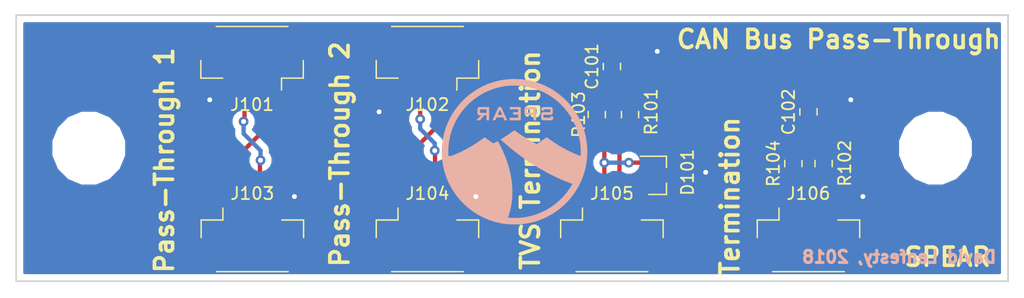
<source format=kicad_pcb>
(kicad_pcb (version 20171130) (host pcbnew 5.0.0-fee4fd1~66~ubuntu16.04.1)
  (layers (0 F.Cu signal) (31 B.Cu signal) (34 B.Paste user) (35 F.Paste user) (36 B.SilkS user) (37 F.SilkS user) (38 B.Mask user) (39 F.Mask user) (44 Edge.Cuts user))
  (net 0 "")
  (net 1 "Net-(C101-Pad1)")
  (net 2 GND)
  (net 3 "Net-(C102-Pad1)")
  (net 4 /CAN2H_TERM)
  (net 5 VDD)
  (net 6 /CAN0H_PASS)
  (net 7 /CAN0L_PASS)
  (net 8 /CAN1H_PASS)
  (net 9 /CAN1L_PASS)
  (net 10 /CAN3L_TERM)
  (net 11 /CAN3H_TERM)
  (net 12 /CAN2L_TERM)
  (module MountingHole:MountingHole_5mm (layer F.Cu) (at 120 80)
    (fp_text reference REF** hide)
    (fp_text value MountingHole_5mm)
    (pad 1 np_thru_hole circle (at 0 0) (size 5 5) (drill 5) (layers *.Cu *.Mask))
  )
  (module Capacitor_SMD:C_0805_2012Metric_Pad1.15x1.40mm_HandSolder (layer F.Cu) (at 93.25 73.25 90)
    (fp_text reference C101 (at 0 -1.65 90) (layer F.SilkS))
    (fp_text value 4.7nF)
    (pad 1 smd roundrect (at -1.025 0 90) (size 1.15 1.4) (layers F.Cu F.Paste F.Mask) (roundrect_rratio 0.217391) (net 1 "Net-(C101-Pad1)"))
    (pad 2 smd roundrect (at 1.025 0 90) (size 1.15 1.4) (layers F.Cu F.Paste F.Mask) (roundrect_rratio 0.217391) (net 2 GND))
  )
  (module Capacitor_SMD:C_0805_2012Metric_Pad1.15x1.40mm_HandSolder (layer F.Cu) (at 109.5 77 90)
    (fp_text reference C102 (at 0 -1.65 90) (layer F.SilkS))
    (fp_text value 4.7nF)
    (pad 2 smd roundrect (at 1.025 0 90) (size 1.15 1.4) (layers F.Cu F.Paste F.Mask) (roundrect_rratio 0.217391) (net 2 GND))
    (pad 1 smd roundrect (at -1.025 0 90) (size 1.15 1.4) (layers F.Cu F.Paste F.Mask) (roundrect_rratio 0.217391) (net 3 "Net-(C102-Pad1)"))
  )
  (module Package_TO_SOT_SMD:SOT-23 (layer F.Cu) (at 97 82.25)
    (fp_text reference D101 (at 2.5 -0.25 90) (layer F.SilkS))
    (fp_text value D_TVS_x2_AAC)
    (pad 1 smd rect (at -1 -0.95) (size 0.9 0.8) (layers F.Cu F.Paste F.Mask) (net 4 /CAN2H_TERM))
    (pad 2 smd rect (at -1 0.95) (size 0.9 0.8) (layers F.Cu F.Paste F.Mask) (net 12 /CAN2L_TERM))
    (pad 3 smd rect (at 1 0) (size 0.9 0.8) (layers F.Cu F.Paste F.Mask) (net 2 GND))
  )
  (module Connector_JST:JST_GH_SM04B-GHS-TB_1x04-1MP_P1.25mm_Horizontal (layer F.Cu) (at 63.5 72.5 180)
    (fp_text reference J101 (at 0 -3.9 180) (layer F.SilkS))
    (fp_text value Conn_01x04_Male)
    (pad 1 smd roundrect (at -1.875 -1.85 180) (size 0.6 1.7) (layers F.Cu F.Paste F.Mask) (net 5 VDD))
    (pad 2 smd roundrect (at -0.625 -1.85 180) (size 0.6 1.7) (layers F.Cu F.Paste F.Mask) (net 6 /CAN0H_PASS))
    (pad 3 smd roundrect (at 0.625 -1.85 180) (size 0.6 1.7) (layers F.Cu F.Paste F.Mask) (net 7 /CAN0L_PASS))
    (pad 4 smd roundrect (at 1.875 -1.85 180) (size 0.6 1.7) (layers F.Cu F.Paste F.Mask) (net 2 GND))
    (pad MP smd roundrect (at -3.725 1.35 180) (size 1 2.7) (layers F.Cu F.Paste F.Mask))
    (pad MP smd roundrect (at 3.725 1.35 180) (size 1 2.7) (layers F.Cu F.Paste F.Mask))
  )
  (module Connector_JST:JST_GH_SM04B-GHS-TB_1x04-1MP_P1.25mm_Horizontal (layer F.Cu) (at 78 72.5 180)
    (fp_text reference J102 (at 0 -3.9 180) (layer F.SilkS))
    (fp_text value Conn_01x04_Male)
    (pad 1 smd roundrect (at -1.875 -1.85 180) (size 0.6 1.7) (layers F.Cu F.Paste F.Mask) (net 5 VDD))
    (pad 2 smd roundrect (at -0.625 -1.85 180) (size 0.6 1.7) (layers F.Cu F.Paste F.Mask) (net 8 /CAN1H_PASS))
    (pad 3 smd roundrect (at 0.625 -1.85 180) (size 0.6 1.7) (layers F.Cu F.Paste F.Mask) (net 9 /CAN1L_PASS))
    (pad 4 smd roundrect (at 1.875 -1.85 180) (size 0.6 1.7) (layers F.Cu F.Paste F.Mask) (net 2 GND))
    (pad MP smd roundrect (at -3.725 1.35 180) (size 1 2.7) (layers F.Cu F.Paste F.Mask))
    (pad MP smd roundrect (at 3.725 1.35 180) (size 1 2.7) (layers F.Cu F.Paste F.Mask))
  )
  (module Connector_JST:JST_GH_SM04B-GHS-TB_1x04-1MP_P1.25mm_Horizontal (layer F.Cu) (at 63.524 87.65)
    (fp_text reference J103 (at 0 -3.9) (layer F.SilkS))
    (fp_text value Conn_01x04_Male)
    (pad MP smd roundrect (at 3.725 1.35) (size 1 2.7) (layers F.Cu F.Paste F.Mask))
    (pad MP smd roundrect (at -3.725 1.35) (size 1 2.7) (layers F.Cu F.Paste F.Mask))
    (pad 4 smd roundrect (at 1.875 -1.85) (size 0.6 1.7) (layers F.Cu F.Paste F.Mask) (net 2 GND))
    (pad 3 smd roundrect (at 0.625 -1.85) (size 0.6 1.7) (layers F.Cu F.Paste F.Mask) (net 7 /CAN0L_PASS))
    (pad 2 smd roundrect (at -0.625 -1.85) (size 0.6 1.7) (layers F.Cu F.Paste F.Mask) (net 6 /CAN0H_PASS))
    (pad 1 smd roundrect (at -1.875 -1.85) (size 0.6 1.7) (layers F.Cu F.Paste F.Mask) (net 5 VDD))
  )
  (module Connector_JST:JST_GH_SM04B-GHS-TB_1x04-1MP_P1.25mm_Horizontal (layer F.Cu) (at 78 87.65)
    (fp_text reference J104 (at 0 -3.9) (layer F.SilkS))
    (fp_text value Conn_01x04_Male)
    (pad MP smd roundrect (at 3.725 1.35) (size 1 2.7) (layers F.Cu F.Paste F.Mask))
    (pad MP smd roundrect (at -3.725 1.35) (size 1 2.7) (layers F.Cu F.Paste F.Mask))
    (pad 4 smd roundrect (at 1.875 -1.85) (size 0.6 1.7) (layers F.Cu F.Paste F.Mask) (net 2 GND))
    (pad 3 smd roundrect (at 0.625 -1.85) (size 0.6 1.7) (layers F.Cu F.Paste F.Mask) (net 9 /CAN1L_PASS))
    (pad 2 smd roundrect (at -0.625 -1.85) (size 0.6 1.7) (layers F.Cu F.Paste F.Mask) (net 8 /CAN1H_PASS))
    (pad 1 smd roundrect (at -1.875 -1.85) (size 0.6 1.7) (layers F.Cu F.Paste F.Mask) (net 5 VDD))
  )
  (module Connector_JST:JST_GH_SM04B-GHS-TB_1x04-1MP_P1.25mm_Horizontal (layer F.Cu) (at 93.25 87.65)
    (fp_text reference J105 (at 0 -3.9) (layer F.SilkS))
    (fp_text value Conn_01x04_Male)
    (pad 1 smd roundrect (at -1.875 -1.85) (size 0.6 1.7) (layers F.Cu F.Paste F.Mask) (net 5 VDD))
    (pad 2 smd roundrect (at -0.625 -1.85) (size 0.6 1.7) (layers F.Cu F.Paste F.Mask) (net 4 /CAN2H_TERM))
    (pad 3 smd roundrect (at 0.625 -1.85) (size 0.6 1.7) (layers F.Cu F.Paste F.Mask) (net 12 /CAN2L_TERM))
    (pad 4 smd roundrect (at 1.875 -1.85) (size 0.6 1.7) (layers F.Cu F.Paste F.Mask) (net 2 GND))
    (pad MP smd roundrect (at -3.725 1.35) (size 1 2.7) (layers F.Cu F.Paste F.Mask))
    (pad MP smd roundrect (at 3.725 1.35) (size 1 2.7) (layers F.Cu F.Paste F.Mask))
  )
  (module Connector_JST:JST_GH_SM04B-GHS-TB_1x04-1MP_P1.25mm_Horizontal (layer F.Cu) (at 109.5 87.65)
    (fp_text reference J106 (at 0 -3.9) (layer F.SilkS))
    (fp_text value Conn_01x04_Male)
    (pad MP smd roundrect (at 3.725 1.35) (size 1 2.7) (layers F.Cu F.Paste F.Mask))
    (pad MP smd roundrect (at -3.725 1.35) (size 1 2.7) (layers F.Cu F.Paste F.Mask))
    (pad 4 smd roundrect (at 1.875 -1.85) (size 0.6 1.7) (layers F.Cu F.Paste F.Mask) (net 2 GND))
    (pad 3 smd roundrect (at 0.625 -1.85) (size 0.6 1.7) (layers F.Cu F.Paste F.Mask) (net 10 /CAN3L_TERM))
    (pad 2 smd roundrect (at -0.625 -1.85) (size 0.6 1.7) (layers F.Cu F.Paste F.Mask) (net 11 /CAN3H_TERM))
    (pad 1 smd roundrect (at -1.875 -1.85) (size 0.6 1.7) (layers F.Cu F.Paste F.Mask) (net 5 VDD))
  )
  (module Resistor_SMD:R_0805_2012Metric_Pad1.15x1.40mm_HandSolder (layer F.Cu) (at 94.75 77.225 90)
    (fp_text reference R101 (at 0.225 1.75 90) (layer F.SilkS))
    (fp_text value 60)
    (pad 1 smd roundrect (at -1.025 0 90) (size 1.15 1.4) (layers F.Cu F.Paste F.Mask) (roundrect_rratio 0.217391) (net 12 /CAN2L_TERM))
    (pad 2 smd roundrect (at 1.025 0 90) (size 1.15 1.4) (layers F.Cu F.Paste F.Mask) (roundrect_rratio 0.217391) (net 1 "Net-(C101-Pad1)"))
  )
  (module Resistor_SMD:R_0805_2012Metric_Pad1.15x1.40mm_HandSolder (layer F.Cu) (at 110.75 81.275 90)
    (fp_text reference R102 (at 0.025 1.75 90) (layer F.SilkS))
    (fp_text value 60)
    (pad 1 smd roundrect (at -1.025 0 90) (size 1.15 1.4) (layers F.Cu F.Paste F.Mask) (roundrect_rratio 0.217391) (net 10 /CAN3L_TERM))
    (pad 2 smd roundrect (at 1.025 0 90) (size 1.15 1.4) (layers F.Cu F.Paste F.Mask) (roundrect_rratio 0.217391) (net 3 "Net-(C102-Pad1)"))
  )
  (module Resistor_SMD:R_0805_2012Metric_Pad1.15x1.40mm_HandSolder (layer F.Cu) (at 92 77.225 90)
    (fp_text reference R103 (at 0 -1.5 90) (layer F.SilkS))
    (fp_text value 60)
    (pad 2 smd roundrect (at 1.025 0 90) (size 1.15 1.4) (layers F.Cu F.Paste F.Mask) (roundrect_rratio 0.217391) (net 1 "Net-(C101-Pad1)"))
    (pad 1 smd roundrect (at -1.025 0 90) (size 1.15 1.4) (layers F.Cu F.Paste F.Mask) (roundrect_rratio 0.217391) (net 4 /CAN2H_TERM))
  )
  (module Resistor_SMD:R_0805_2012Metric_Pad1.15x1.40mm_HandSolder (layer F.Cu) (at 108.25 81.275 90)
    (fp_text reference R104 (at 0 -1.65 90) (layer F.SilkS))
    (fp_text value 60)
    (pad 2 smd roundrect (at 1.025 0 90) (size 1.15 1.4) (layers F.Cu F.Paste F.Mask) (roundrect_rratio 0.217391) (net 3 "Net-(C102-Pad1)"))
    (pad 1 smd roundrect (at -1.025 0 90) (size 1.15 1.4) (layers F.Cu F.Paste F.Mask) (roundrect_rratio 0.217391) (net 11 /CAN3H_TERM))
  )
  (module MountingHole:MountingHole_5mm (layer F.Cu) (at 50 80)
    (fp_text reference REF** hide)
    (fp_text value MountingHole_5mm)
    (pad 1 np_thru_hole circle (at 0 0) (size 5 5) (drill 5) (layers *.Cu *.Mask))
  )
  (module logos:spear_logo_12.7x12.7mm (layer B.Cu) (at 85.25 80.25 180)
    (fp_text reference G*** hide)
    (fp_text value LOGO hide)
  )
  (gr_text "David Lenfesty, 2018" (at 117 89) (layer B.SilkS) (effects (font (size 1 1) (thickness 0.25)) (justify mirror)))
  (gr_text SPEAR (at 121 89) (layer F.SilkS) (effects (font (size 1.5 1.5) (thickness 0.3))))
  (gr_text "CAN Bus Pass-Through" (at 112 71) (layer F.SilkS) (effects (font (size 1.5 1.5) (thickness 0.3))))
  (gr_line (start 126 91) (end 44 91) (layer Edge.Cuts) (width 0.15))
  (gr_line (start 44 69) (end 126 69) (layer Edge.Cuts) (width 0.15))
  (gr_line (start 44 91) (end 44 69) (layer Edge.Cuts) (width 0.15))
  (gr_line (start 126 69) (end 126 91) (layer Edge.Cuts) (width 0.15))
  (gr_text Termination (at 103 84 90) (layer F.SilkS) (effects (font (size 1.5 1.5) (thickness 0.3))))
  (gr_text "TVS Termination" (at 86.5 81 90) (layer F.SilkS) (effects (font (size 1.5 1.5) (thickness 0.3))))
  (gr_text "Pass-Through 2" (at 70.75 80.5 90) (layer F.SilkS) (effects (font (size 1.5 1.5) (thickness 0.3))))
  (gr_text "Pass-Through 1" (at 56.25 81 90) (layer F.SilkS) (effects (font (size 1.5 1.5) (thickness 0.3))))
  (segment (start 93.25 74.95) (end 93.25 74.275) (width 0.25) (layer F.Cu) (net 1))
  (segment (start 92 76.2) (end 93.25 74.95) (width 0.25) (layer F.Cu) (net 1))
  (segment (start 93.25 74.7) (end 93.25 74.275) (width 0.25) (layer F.Cu) (net 1))
  (segment (start 94.75 76.2) (end 93.25 74.7) (width 0.25) (layer F.Cu) (net 1))
  (via (at 60 76) (size 0.8) (drill 0.4) (layers F.Cu B.Cu) (net 2))
  (via (at 67 84) (size 0.8) (drill 0.4) (layers F.Cu B.Cu) (net 2))
  (via (at 82 84) (size 0.8) (drill 0.4) (layers F.Cu B.Cu) (net 2))
  (via (at 74 77) (size 0.8) (drill 0.4) (layers F.Cu B.Cu) (net 2))
  (via (at 101 82) (size 0.8) (drill 0.4) (layers F.Cu B.Cu) (net 2))
  (via (at 97 72) (size 0.8) (drill 0.4) (layers F.Cu B.Cu) (net 2))
  (via (at 113 76) (size 0.8) (drill 0.4) (layers F.Cu B.Cu) (net 2))
  (via (at 114 84) (size 0.8) (drill 0.4) (layers F.Cu B.Cu) (net 2))
  (segment (start 112.2 85.8) (end 114 84) (width 0.5) (layer F.Cu) (net 2))
  (segment (start 111.375 85.8) (end 112.2 85.8) (width 0.5) (layer F.Cu) (net 2))
  (segment (start 112.975 75.975) (end 113 76) (width 0.5) (layer F.Cu) (net 2))
  (segment (start 109.5 75.975) (end 112.975 75.975) (width 0.5) (layer F.Cu) (net 2))
  (segment (start 96.775 72.225) (end 97 72) (width 0.5) (layer F.Cu) (net 2))
  (segment (start 93.25 72.225) (end 96.775 72.225) (width 0.5) (layer F.Cu) (net 2))
  (segment (start 100.75 82.25) (end 101 82) (width 0.5) (layer F.Cu) (net 2))
  (segment (start 98 82.25) (end 100.75 82.25) (width 0.5) (layer F.Cu) (net 2))
  (segment (start 98 82.925) (end 98 82.25) (width 0.5) (layer F.Cu) (net 2))
  (segment (start 95.125 85.8) (end 98 82.925) (width 0.5) (layer F.Cu) (net 2))
  (segment (start 76.125 74.875) (end 74 77) (width 0.5) (layer F.Cu) (net 2))
  (segment (start 76.125 74.35) (end 76.125 74.875) (width 0.5) (layer F.Cu) (net 2))
  (segment (start 61.625 74.375) (end 60 76) (width 0.5) (layer F.Cu) (net 2))
  (segment (start 61.625 74.35) (end 61.625 74.375) (width 0.5) (layer F.Cu) (net 2))
  (segment (start 65.399 85.601) (end 67 84) (width 0.5) (layer F.Cu) (net 2))
  (segment (start 65.399 85.8) (end 65.399 85.601) (width 0.5) (layer F.Cu) (net 2))
  (segment (start 80.2 85.8) (end 82 84) (width 0.5) (layer F.Cu) (net 2))
  (segment (start 79.875 85.8) (end 80.2 85.8) (width 0.5) (layer F.Cu) (net 2))
  (segment (start 108.25 79.275) (end 109.5 78.025) (width 0.25) (layer F.Cu) (net 3))
  (segment (start 108.25 80.25) (end 108.25 79.275) (width 0.25) (layer F.Cu) (net 3))
  (segment (start 110.75 79.275) (end 109.5 78.025) (width 0.25) (layer F.Cu) (net 3))
  (segment (start 110.75 80.25) (end 110.75 79.275) (width 0.25) (layer F.Cu) (net 3))
  (segment (start 92.625 78.875) (end 92 78.25) (width 0.3556) (layer F.Cu) (net 4))
  (via (at 92.625 81.2) (size 0.8) (drill 0.4) (layers F.Cu B.Cu) (net 4))
  (segment (start 92.625 81.2) (end 92.625 78.875) (width 0.3556) (layer F.Cu) (net 4))
  (segment (start 92.625 86.15) (end 92.625 81.2) (width 0.3556) (layer F.Cu) (net 4))
  (via (at 94.6528 81.2) (size 0.8) (drill 0.4) (layers F.Cu B.Cu) (net 4))
  (segment (start 92.625 81.2) (end 94.6528 81.2) (width 0.3556) (layer B.Cu) (net 4))
  (segment (start 95.9 81.2) (end 96 81.3) (width 0.3556) (layer F.Cu) (net 4))
  (segment (start 94.6528 81.2) (end 95.9 81.2) (width 0.3556) (layer F.Cu) (net 4))
  (segment (start 68.2 85.8) (end 76.125 85.8) (width 0.5) (layer F.Cu) (net 5))
  (segment (start 97.2 85.8) (end 107.625 85.8) (width 0.5) (layer F.Cu) (net 5))
  (segment (start 92 88) (end 95 88) (width 0.5) (layer F.Cu) (net 5))
  (segment (start 95 88) (end 97.2 85.8) (width 0.5) (layer F.Cu) (net 5))
  (segment (start 91.375 85.8) (end 91.375 87.375) (width 0.5) (layer F.Cu) (net 5))
  (segment (start 91.375 87.375) (end 92 88) (width 0.5) (layer F.Cu) (net 5))
  (segment (start 68.2 77.175) (end 65.375 74.35) (width 0.5) (layer F.Cu) (net 5))
  (segment (start 68.2 85.8) (end 68.2 77.175) (width 0.5) (layer F.Cu) (net 5))
  (segment (start 65 88) (end 67.2 85.8) (width 0.5) (layer F.Cu) (net 5))
  (segment (start 62 88) (end 65 88) (width 0.5) (layer F.Cu) (net 5))
  (segment (start 67.2 85.8) (end 68.2 85.8) (width 0.5) (layer F.Cu) (net 5))
  (segment (start 62 86.151) (end 62 88) (width 0.5) (layer F.Cu) (net 5))
  (segment (start 61.649 85.8) (end 62 86.151) (width 0.5) (layer F.Cu) (net 5))
  (segment (start 82 86) (end 82.89999 86) (width 0.5) (layer F.Cu) (net 5))
  (segment (start 76.125 87.125) (end 76.14999 87.10001) (width 0.5) (layer F.Cu) (net 5))
  (segment (start 76.14999 87.10001) (end 76.14999 87.14999) (width 0.5) (layer F.Cu) (net 5))
  (segment (start 76.125 85.8) (end 76.125 87.125) (width 0.5) (layer F.Cu) (net 5))
  (segment (start 76.14999 87.14999) (end 77 88) (width 0.5) (layer F.Cu) (net 5))
  (segment (start 77 88) (end 80 88) (width 0.5) (layer F.Cu) (net 5))
  (segment (start 80 88) (end 82 86) (width 0.5) (layer F.Cu) (net 5))
  (segment (start 82.89999 86) (end 87 86) (width 0.5) (layer F.Cu) (net 5))
  (segment (start 91.175 86) (end 91.375 85.8) (width 0.5) (layer F.Cu) (net 5))
  (segment (start 87 86) (end 91.175 86) (width 0.5) (layer F.Cu) (net 5))
  (segment (start 82.89999 77.37499) (end 79.875 74.35) (width 0.5) (layer F.Cu) (net 5))
  (segment (start 82.89999 86) (end 82.89999 77.37499) (width 0.5) (layer F.Cu) (net 5))
  (segment (start 64.125 78.875) (end 64.125 74.35) (width 0.3556) (layer F.Cu) (net 6))
  (segment (start 62.8 80.2) (end 64.125 78.875) (width 0.3556) (layer F.Cu) (net 6))
  (segment (start 62.899 86.15) (end 62.8 86.051) (width 0.3556) (layer F.Cu) (net 6))
  (segment (start 62.8 86.051) (end 62.8 80.2) (width 0.3556) (layer F.Cu) (net 6))
  (segment (start 64.149 86.15) (end 64.149 81.051) (width 0.3556) (layer F.Cu) (net 7))
  (via (at 64.2 81) (size 0.8) (drill 0.4) (layers F.Cu B.Cu) (net 7))
  (segment (start 64.149 81.051) (end 64.2 81) (width 0.3556) (layer F.Cu) (net 7))
  (segment (start 62.875 77.725) (end 62.8 77.8) (width 0.3556) (layer F.Cu) (net 7))
  (via (at 62.8 77.8) (size 0.8) (drill 0.4) (layers F.Cu B.Cu) (net 7))
  (segment (start 62.875 74.35) (end 62.875 77.725) (width 0.3556) (layer F.Cu) (net 7))
  (segment (start 62.8 78.365685) (end 62.8 77.8) (width 0.3556) (layer B.Cu) (net 7))
  (segment (start 62.8 78.8) (end 62.8 78.365685) (width 0.3556) (layer B.Cu) (net 7))
  (segment (start 64.2 81) (end 64.2 80.2) (width 0.3556) (layer B.Cu) (net 7))
  (segment (start 64.2 80.2) (end 62.8 78.8) (width 0.3556) (layer B.Cu) (net 7))
  (segment (start 78.625 78.375) (end 78.625 74.35) (width 0.3556) (layer F.Cu) (net 8))
  (segment (start 77.4 79.6) (end 78.625 78.375) (width 0.3556) (layer F.Cu) (net 8))
  (segment (start 77.375 86.15) (end 77.4 86.125) (width 0.3556) (layer F.Cu) (net 8))
  (segment (start 77.4 86.125) (end 77.4 79.6) (width 0.3556) (layer F.Cu) (net 8))
  (via (at 77.4 77.6) (size 0.8) (drill 0.4) (layers F.Cu B.Cu) (net 9))
  (segment (start 77.4 74.375) (end 77.375 74.35) (width 0.3556) (layer F.Cu) (net 9))
  (segment (start 77.4 77.6) (end 77.4 74.375) (width 0.3556) (layer F.Cu) (net 9))
  (segment (start 78.625 80.225) (end 78.6 80.2) (width 0.3556) (layer F.Cu) (net 9))
  (segment (start 78.625 86.15) (end 78.625 80.225) (width 0.3556) (layer F.Cu) (net 9))
  (via (at 78.6 80.2) (size 0.8) (drill 0.4) (layers F.Cu B.Cu) (net 9))
  (segment (start 78.6 79.6) (end 78.6 79.634315) (width 0.3556) (layer B.Cu) (net 9))
  (segment (start 77.4 77.6) (end 77.4 78.4) (width 0.3556) (layer B.Cu) (net 9))
  (segment (start 78.6 79.634315) (end 78.6 80.2) (width 0.3556) (layer B.Cu) (net 9))
  (segment (start 77.4 78.4) (end 78.6 79.6) (width 0.3556) (layer B.Cu) (net 9))
  (segment (start 110.126628 82.923372) (end 110.75 82.3) (width 0.3556) (layer F.Cu) (net 10))
  (segment (start 110.126628 86.026628) (end 110.126628 82.923372) (width 0.3556) (layer F.Cu) (net 10))
  (segment (start 108.875 82.925) (end 108.25 82.3) (width 0.3556) (layer F.Cu) (net 11))
  (segment (start 108.875 86.15) (end 108.875 82.925) (width 0.3556) (layer F.Cu) (net 11))
  (segment (start 93.875 79.125) (end 94.75 78.25) (width 0.3556) (layer F.Cu) (net 12))
  (segment (start 93.875 83.2) (end 96 83.2) (width 0.3556) (layer F.Cu) (net 12))
  (segment (start 93.875 83.2) (end 93.875 79.125) (width 0.3556) (layer F.Cu) (net 12))
  (segment (start 93.875 86.15) (end 93.875 83.2) (width 0.3556) (layer F.Cu) (net 12))
  (zone (net 2) (net_name GND) (layer B.Cu) (connect_pads (clearance 0.508)) (min_thickness 0.254) (fill yes (arc_segments 16) (thermal_gap 0.508) (thermal_bridge_width 0.508) (smoothing chamfer))
    (polygon (pts (xy 44 69) (xy 126 69) (xy 126 91) (xy 44 91)))
  )
)
</source>
